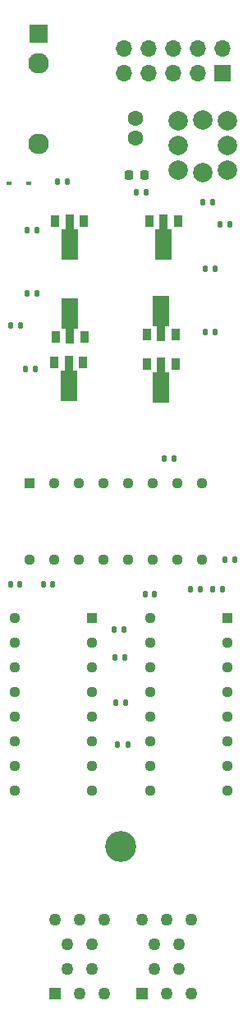
<source format=gbr>
%TF.GenerationSoftware,KiCad,Pcbnew,(6.0.10)*%
%TF.CreationDate,2023-01-09T12:49:41-08:00*%
%TF.ProjectId,16Bars,31364261-7273-42e6-9b69-6361645f7063,rev?*%
%TF.SameCoordinates,Original*%
%TF.FileFunction,Soldermask,Bot*%
%TF.FilePolarity,Negative*%
%FSLAX46Y46*%
G04 Gerber Fmt 4.6, Leading zero omitted, Abs format (unit mm)*
G04 Created by KiCad (PCBNEW (6.0.10)) date 2023-01-09 12:49:41*
%MOMM*%
%LPD*%
G01*
G04 APERTURE LIST*
G04 Aperture macros list*
%AMRoundRect*
0 Rectangle with rounded corners*
0 $1 Rounding radius*
0 $2 $3 $4 $5 $6 $7 $8 $9 X,Y pos of 4 corners*
0 Add a 4 corners polygon primitive as box body*
4,1,4,$2,$3,$4,$5,$6,$7,$8,$9,$2,$3,0*
0 Add four circle primitives for the rounded corners*
1,1,$1+$1,$2,$3*
1,1,$1+$1,$4,$5*
1,1,$1+$1,$6,$7*
1,1,$1+$1,$8,$9*
0 Add four rect primitives between the rounded corners*
20,1,$1+$1,$2,$3,$4,$5,0*
20,1,$1+$1,$4,$5,$6,$7,0*
20,1,$1+$1,$6,$7,$8,$9,0*
20,1,$1+$1,$8,$9,$2,$3,0*%
%AMFreePoly0*
4,1,9,3.862500,-0.866500,0.737500,-0.866500,0.737500,-0.450000,-0.737500,-0.450000,-0.737500,0.450000,0.737500,0.450000,0.737500,0.866500,3.862500,0.866500,3.862500,-0.866500,3.862500,-0.866500,$1*%
G04 Aperture macros list end*
%ADD10RoundRect,0.218750X0.218750X0.256250X-0.218750X0.256250X-0.218750X-0.256250X0.218750X-0.256250X0*%
%ADD11RoundRect,0.135000X0.135000X0.185000X-0.135000X0.185000X-0.135000X-0.185000X0.135000X-0.185000X0*%
%ADD12R,0.900000X1.300000*%
%ADD13FreePoly0,270.000000*%
%ADD14FreePoly0,90.000000*%
%ADD15R,1.270000X1.270000*%
%ADD16C,1.270000*%
%ADD17C,2.000000*%
%ADD18C,2.130000*%
%ADD19R,1.930000X1.830000*%
%ADD20C,3.200000*%
%ADD21C,1.130000*%
%ADD22R,1.130000X1.130000*%
%ADD23R,0.600000X0.450000*%
%ADD24RoundRect,0.135000X-0.135000X-0.185000X0.135000X-0.185000X0.135000X0.185000X-0.135000X0.185000X0*%
%ADD25RoundRect,0.140000X0.140000X0.170000X-0.140000X0.170000X-0.140000X-0.170000X0.140000X-0.170000X0*%
%ADD26RoundRect,0.140000X-0.140000X-0.170000X0.140000X-0.170000X0.140000X0.170000X-0.140000X0.170000X0*%
%ADD27O,1.700000X1.700000*%
%ADD28R,1.700000X1.700000*%
%ADD29C,1.600000*%
G04 APERTURE END LIST*
D10*
%TO.C,D2*%
X72923500Y-51816000D03*
X71348500Y-51816000D03*
%TD*%
D11*
%TO.C,R18*%
X82298000Y-91440000D03*
X81278000Y-91440000D03*
%TD*%
D12*
%TO.C,Q1*%
X73440000Y-56580000D03*
D13*
X74940000Y-56667500D03*
D12*
X76440000Y-56580000D03*
%TD*%
%TO.C,Q2*%
X63720000Y-56580000D03*
D13*
X65220000Y-56667500D03*
D12*
X66720000Y-56580000D03*
%TD*%
%TO.C,Q3*%
X76176000Y-68198000D03*
D14*
X74676000Y-68110500D03*
D12*
X73176000Y-68198000D03*
%TD*%
%TO.C,Q4*%
X73176000Y-71248000D03*
D13*
X74676000Y-71335500D03*
D12*
X76176000Y-71248000D03*
%TD*%
%TO.C,Q5*%
X66778000Y-68452000D03*
D14*
X65278000Y-68364500D03*
D12*
X63778000Y-68452000D03*
%TD*%
%TO.C,Q6*%
X63640000Y-71080000D03*
D13*
X65140000Y-71167500D03*
D12*
X66640000Y-71080000D03*
%TD*%
D11*
%TO.C,R17*%
X59180000Y-67310000D03*
X60200000Y-67310000D03*
%TD*%
D15*
%TO.C,DS-ONES1*%
X72720000Y-136120000D03*
D16*
X73990000Y-133580000D03*
X75260000Y-136120000D03*
X76530000Y-133580000D03*
X77800000Y-136120000D03*
X77800000Y-128500000D03*
X76530000Y-131040000D03*
X75260000Y-128500000D03*
X73990000Y-131040000D03*
X72720000Y-128500000D03*
%TD*%
D15*
%TO.C,DS-TENS1*%
X63720000Y-136120000D03*
D16*
X64990000Y-133580000D03*
X66260000Y-136120000D03*
X67530000Y-133580000D03*
X68800000Y-136120000D03*
X68800000Y-128500000D03*
X67530000Y-131040000D03*
X66260000Y-128500000D03*
X64990000Y-131040000D03*
X63720000Y-128500000D03*
%TD*%
D11*
%TO.C,R16*%
X80770000Y-56896000D03*
X81790000Y-56896000D03*
%TD*%
D17*
%TO.C,SW1*%
X81472400Y-48771600D03*
X76392400Y-48771600D03*
X76392400Y-46231600D03*
X76392400Y-51311600D03*
X81472400Y-46231600D03*
X81472400Y-51311600D03*
X78932400Y-46111600D03*
X78932400Y-51511600D03*
%TD*%
D18*
%TO.C,J1*%
X62000000Y-40320000D03*
X62000000Y-48620000D03*
D19*
X62000000Y-37220000D03*
%TD*%
D20*
%TO.C,REF\u002A\u002A*%
X70500000Y-121000000D03*
%TD*%
D21*
%TO.C,IC3*%
X61110000Y-91470000D03*
X63650000Y-91470000D03*
X66190000Y-91470000D03*
X68730000Y-91470000D03*
X71270000Y-91470000D03*
X73810000Y-91470000D03*
X76350000Y-91470000D03*
X78890000Y-91470000D03*
X78890000Y-83530000D03*
X76350000Y-83530000D03*
X73810000Y-83530000D03*
X71270000Y-83530000D03*
X68730000Y-83530000D03*
X66190000Y-83530000D03*
X63650000Y-83530000D03*
D22*
X61110000Y-83530000D03*
%TD*%
D23*
%TO.C,D1*%
X61050000Y-52650000D03*
X58950000Y-52650000D03*
%TD*%
D24*
%TO.C,R9*%
X76010000Y-81000000D03*
X74990000Y-81000000D03*
%TD*%
D25*
%TO.C,C3*%
X59120000Y-94000000D03*
X60080000Y-94000000D03*
%TD*%
D11*
%TO.C,R2*%
X69990000Y-106190000D03*
X71010000Y-106190000D03*
%TD*%
D22*
%TO.C,IC1*%
X81500000Y-97460000D03*
D21*
X81500000Y-100000000D03*
X81500000Y-102540000D03*
X81500000Y-105080000D03*
X81500000Y-107620000D03*
X81500000Y-110160000D03*
X81500000Y-112700000D03*
X81500000Y-115240000D03*
X73560000Y-115240000D03*
X73560000Y-112700000D03*
X73560000Y-110160000D03*
X73560000Y-107620000D03*
X73560000Y-105080000D03*
X73560000Y-102540000D03*
X73560000Y-100000000D03*
X73560000Y-97460000D03*
%TD*%
D25*
%TO.C,C4*%
X73000000Y-95000000D03*
X73960000Y-95000000D03*
%TD*%
D11*
%TO.C,R13*%
X60850000Y-64000000D03*
X61870000Y-64000000D03*
%TD*%
%TO.C,R6*%
X77722000Y-94500000D03*
X78742000Y-94500000D03*
%TD*%
%TO.C,R5*%
X63990000Y-52500000D03*
X65010000Y-52500000D03*
%TD*%
D24*
%TO.C,R15*%
X80012000Y-54610000D03*
X78992000Y-54610000D03*
%TD*%
D26*
%TO.C,C2*%
X63480000Y-94000000D03*
X62520000Y-94000000D03*
%TD*%
D24*
%TO.C,R12*%
X73154000Y-53594000D03*
X72134000Y-53594000D03*
%TD*%
%TO.C,R3*%
X70910000Y-101500000D03*
X69890000Y-101500000D03*
%TD*%
D27*
%TO.C,J2*%
X70859600Y-38735000D03*
X70859600Y-41275000D03*
X73399600Y-38735000D03*
X73399600Y-41275000D03*
X75939600Y-38735000D03*
X75939600Y-41275000D03*
X78479600Y-38735000D03*
X78479600Y-41275000D03*
X81019600Y-38735000D03*
D28*
X81019600Y-41275000D03*
%TD*%
D11*
%TO.C,R11*%
X70200000Y-110500000D03*
X71220000Y-110500000D03*
%TD*%
%TO.C,R10*%
X79210000Y-68000000D03*
X80230000Y-68000000D03*
%TD*%
D21*
%TO.C,IC2*%
X59560000Y-97460000D03*
X59560000Y-100000000D03*
X59560000Y-102540000D03*
X59560000Y-105080000D03*
X59560000Y-107620000D03*
X59560000Y-110160000D03*
X59560000Y-112700000D03*
X59560000Y-115240000D03*
X67500000Y-115240000D03*
X67500000Y-112700000D03*
X67500000Y-110160000D03*
X67500000Y-107620000D03*
X67500000Y-105080000D03*
X67500000Y-102540000D03*
X67500000Y-100000000D03*
D22*
X67500000Y-97460000D03*
%TD*%
D29*
%TO.C,C1*%
X72000000Y-48000000D03*
X72000000Y-46000000D03*
%TD*%
D11*
%TO.C,R7*%
X60850000Y-57500000D03*
X61870000Y-57500000D03*
%TD*%
%TO.C,R8*%
X79210000Y-61500000D03*
X80230000Y-61500000D03*
%TD*%
%TO.C,R1*%
X80008000Y-94500000D03*
X81028000Y-94500000D03*
%TD*%
%TO.C,R4*%
X69790000Y-98600000D03*
X70810000Y-98600000D03*
%TD*%
D24*
%TO.C,R14*%
X61724000Y-71770000D03*
X60704000Y-71770000D03*
%TD*%
M02*

</source>
